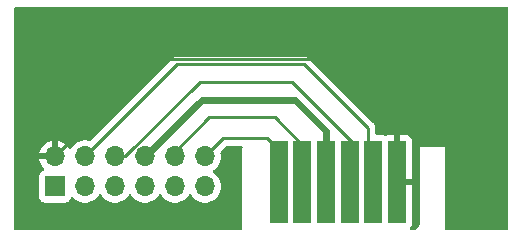
<source format=gtl>
G04 #@! TF.GenerationSoftware,KiCad,Pcbnew,7.0.7*
G04 #@! TF.CreationDate,2024-03-03T16:13:36-05:00*
G04 #@! TF.ProjectId,Gamecube_SP1,47616d65-6375-4626-955f-5350312e6b69,rev?*
G04 #@! TF.SameCoordinates,Original*
G04 #@! TF.FileFunction,Copper,L1,Top*
G04 #@! TF.FilePolarity,Positive*
%FSLAX46Y46*%
G04 Gerber Fmt 4.6, Leading zero omitted, Abs format (unit mm)*
G04 Created by KiCad (PCBNEW 7.0.7) date 2024-03-03 16:13:36*
%MOMM*%
%LPD*%
G01*
G04 APERTURE LIST*
G04 #@! TA.AperFunction,NonConductor*
%ADD10C,0.200000*%
G04 #@! TD*
G04 #@! TA.AperFunction,ComponentPad*
%ADD11R,1.700000X1.700000*%
G04 #@! TD*
G04 #@! TA.AperFunction,ComponentPad*
%ADD12O,1.700000X1.700000*%
G04 #@! TD*
G04 #@! TA.AperFunction,SMDPad,CuDef*
%ADD13R,1.500000X7.000000*%
G04 #@! TD*
G04 #@! TA.AperFunction,ViaPad*
%ADD14C,0.800000*%
G04 #@! TD*
G04 #@! TA.AperFunction,Conductor*
%ADD15C,0.250000*%
G04 #@! TD*
G04 #@! TA.AperFunction,Conductor*
%ADD16C,0.600000*%
G04 #@! TD*
G04 APERTURE END LIST*
D10*
X96781103Y-115622502D02*
X96520000Y-114300000D01*
X99291730Y-115735158D02*
X99060000Y-114300000D01*
D11*
X72111319Y-116251337D03*
D12*
X72111319Y-113711337D03*
X74651319Y-116251337D03*
X74651319Y-113711337D03*
X77191319Y-116251337D03*
X77191319Y-113711337D03*
X79731319Y-116251337D03*
X79731319Y-113711337D03*
X82271319Y-116251337D03*
X82271319Y-113711337D03*
X84811319Y-116251337D03*
X84811319Y-113711337D03*
D13*
X101064286Y-115900000D03*
X99064286Y-115900000D03*
X97064286Y-115900000D03*
X95064286Y-115900000D03*
X93064286Y-115900000D03*
X91064286Y-115900000D03*
D14*
X96314286Y-102313640D03*
X82880000Y-118400000D03*
X76200000Y-106680000D03*
X108400000Y-110290800D03*
X71120000Y-106680000D03*
X108400000Y-102600000D03*
X71120000Y-119380000D03*
X102020000Y-102700000D03*
X76500000Y-102700000D03*
X99060000Y-106680000D03*
X89200000Y-103599500D03*
X101600000Y-106680000D03*
X71120000Y-109220000D03*
X76500000Y-118400000D03*
X108400000Y-117500000D03*
X71120000Y-104140000D03*
X82880000Y-102700000D03*
X104140000Y-110390800D03*
D15*
X72111319Y-113711337D02*
X80373156Y-105449500D01*
X101064286Y-111224286D02*
X101064286Y-115900000D01*
X80373156Y-105449500D02*
X95289500Y-105449500D01*
X95289500Y-105449500D02*
X101064286Y-111224286D01*
X77191319Y-113711337D02*
X78069618Y-113711337D01*
X84381455Y-107399500D02*
X92159500Y-107399500D01*
X92159500Y-107399500D02*
X97232152Y-112472152D01*
X97232152Y-112472152D02*
X97232152Y-115781066D01*
X97232152Y-115781066D02*
X97093582Y-115919636D01*
X78069618Y-113711337D02*
X84381455Y-107399500D01*
D16*
X92442002Y-108899500D02*
X95064286Y-111521784D01*
X95064286Y-111521784D02*
X95064286Y-115900000D01*
X84543156Y-108899500D02*
X92442002Y-108899500D01*
X79731319Y-113711337D02*
X84543156Y-108899500D01*
D15*
X74651319Y-113711337D02*
X82463156Y-105899500D01*
X98612373Y-115668976D02*
X98971675Y-116028278D01*
X93199500Y-105899500D02*
X98612373Y-111312373D01*
X82463156Y-105899500D02*
X93199500Y-105899500D01*
X98612373Y-111312373D02*
X98612373Y-115668976D01*
X90708072Y-110399500D02*
X93064286Y-112755714D01*
X82240286Y-113339714D02*
X85180500Y-110399500D01*
X93064286Y-112755714D02*
X93064286Y-115900000D01*
X85180500Y-110399500D02*
X90708072Y-110399500D01*
X82240286Y-113710000D02*
X82240286Y-113339714D01*
X84811319Y-113711337D02*
X86372656Y-112150000D01*
X90064286Y-112150000D02*
X91064286Y-113150000D01*
X86372656Y-112150000D02*
X90064286Y-112150000D01*
X91064286Y-113150000D02*
X91064286Y-115900000D01*
G04 #@! TA.AperFunction,Conductor*
G36*
X110430907Y-101095502D02*
G01*
X110477400Y-101149158D01*
X110488786Y-101201500D01*
X110488786Y-119798500D01*
X110468784Y-119866621D01*
X110415128Y-119913114D01*
X110362786Y-119924500D01*
X105265786Y-119924500D01*
X105197665Y-119904498D01*
X105151172Y-119850842D01*
X105139786Y-119798500D01*
X105139786Y-113045529D01*
X105141700Y-113023648D01*
X105143408Y-113013955D01*
X105143410Y-113013952D01*
X105141700Y-113004253D01*
X105140535Y-112990940D01*
X105139786Y-112986692D01*
X105139786Y-112986688D01*
X105139784Y-112986683D01*
X105139034Y-112982428D01*
X105135576Y-112969522D01*
X105133867Y-112959829D01*
X105133867Y-112959828D01*
X105133865Y-112959827D01*
X105130348Y-112953735D01*
X105125835Y-112948355D01*
X105117302Y-112943429D01*
X105099311Y-112930831D01*
X105091765Y-112924499D01*
X105085167Y-112922097D01*
X105078238Y-112920875D01*
X105068540Y-112922586D01*
X105046661Y-112924500D01*
X103109816Y-112924500D01*
X103087936Y-112922586D01*
X103078238Y-112920875D01*
X103068540Y-112922586D01*
X103055224Y-112923750D01*
X103046739Y-112925246D01*
X103033825Y-112928706D01*
X103024113Y-112930419D01*
X103018023Y-112933934D01*
X103012640Y-112938452D01*
X103007712Y-112946987D01*
X102995121Y-112964969D01*
X102988785Y-112972519D01*
X102986383Y-112979119D01*
X102985162Y-112986048D01*
X102986872Y-112995746D01*
X102988786Y-113017624D01*
X102988786Y-119396457D01*
X102988390Y-119403517D01*
X102977225Y-119502604D01*
X102970946Y-119530112D01*
X102941533Y-119614167D01*
X102929290Y-119639589D01*
X102881907Y-119714996D01*
X102864316Y-119737054D01*
X102801343Y-119800026D01*
X102779283Y-119817618D01*
X102703881Y-119864995D01*
X102678459Y-119877237D01*
X102594399Y-119906649D01*
X102566891Y-119912927D01*
X102494857Y-119921042D01*
X102467677Y-119924104D01*
X102460622Y-119924500D01*
X102307937Y-119924500D01*
X102239816Y-119904498D01*
X102193323Y-119850842D01*
X102183219Y-119780568D01*
X102207069Y-119722991D01*
X102264730Y-119645965D01*
X102264730Y-119645964D01*
X102315780Y-119509093D01*
X102322285Y-119448597D01*
X102322286Y-119448585D01*
X102322286Y-116154000D01*
X100936286Y-116154000D01*
X100868165Y-116133998D01*
X100821672Y-116080342D01*
X100810286Y-116028000D01*
X100810286Y-111892000D01*
X101318286Y-111892000D01*
X101318286Y-115646000D01*
X102322286Y-115646000D01*
X102322286Y-112351414D01*
X102322285Y-112351402D01*
X102315780Y-112290906D01*
X102264730Y-112154035D01*
X102264730Y-112154034D01*
X102177190Y-112037095D01*
X102060251Y-111949555D01*
X101923379Y-111898505D01*
X101862883Y-111892000D01*
X101318286Y-111892000D01*
X100810286Y-111892000D01*
X100265688Y-111892000D01*
X100205190Y-111898505D01*
X100109031Y-111934370D01*
X100038215Y-111939434D01*
X100020972Y-111934371D01*
X99923487Y-111898011D01*
X99923485Y-111898010D01*
X99923483Y-111898010D01*
X99923482Y-111898009D01*
X99862935Y-111891500D01*
X99862924Y-111891500D01*
X99371873Y-111891500D01*
X99303752Y-111871498D01*
X99257259Y-111817842D01*
X99245873Y-111765500D01*
X99245873Y-111396222D01*
X99247622Y-111380385D01*
X99247328Y-111380358D01*
X99248074Y-111372465D01*
X99245873Y-111302432D01*
X99245873Y-111272524D01*
X99245873Y-111272517D01*
X99244993Y-111265558D01*
X99244528Y-111259653D01*
X99243046Y-111212483D01*
X99237395Y-111193036D01*
X99233385Y-111173673D01*
X99230847Y-111153576D01*
X99213473Y-111109696D01*
X99211557Y-111104098D01*
X99198391Y-111058779D01*
X99188073Y-111041334D01*
X99179378Y-111023582D01*
X99171926Y-111004758D01*
X99171923Y-111004752D01*
X99144191Y-110966583D01*
X99140935Y-110961626D01*
X99116915Y-110921010D01*
X99116913Y-110921008D01*
X99116913Y-110921007D01*
X99102591Y-110906685D01*
X99089750Y-110891652D01*
X99077844Y-110875265D01*
X99070402Y-110869108D01*
X99041481Y-110845183D01*
X99037109Y-110841204D01*
X93706744Y-105510839D01*
X93696779Y-105498401D01*
X93696552Y-105498590D01*
X93691501Y-105492484D01*
X93691500Y-105492482D01*
X93640421Y-105444516D01*
X93629930Y-105434025D01*
X93619277Y-105423371D01*
X93619272Y-105423366D01*
X93613725Y-105419063D01*
X93609217Y-105415212D01*
X93574825Y-105382917D01*
X93574819Y-105382913D01*
X93557063Y-105373151D01*
X93540547Y-105362302D01*
X93524541Y-105349886D01*
X93493789Y-105336578D01*
X93481240Y-105331148D01*
X93475908Y-105328536D01*
X93434561Y-105305805D01*
X93414936Y-105300766D01*
X93396236Y-105294364D01*
X93377645Y-105286319D01*
X93377643Y-105286318D01*
X93377642Y-105286318D01*
X93331042Y-105278937D01*
X93325229Y-105277733D01*
X93279530Y-105266000D01*
X93259276Y-105266000D01*
X93239566Y-105264449D01*
X93219557Y-105261280D01*
X93219556Y-105261280D01*
X93172583Y-105265720D01*
X93166650Y-105266000D01*
X82547009Y-105266000D01*
X82531167Y-105264250D01*
X82531140Y-105264544D01*
X82523247Y-105263797D01*
X82453184Y-105266000D01*
X82423300Y-105266000D01*
X82423296Y-105266000D01*
X82423285Y-105266001D01*
X82416346Y-105266877D01*
X82410433Y-105267343D01*
X82363270Y-105268825D01*
X82363263Y-105268827D01*
X82343805Y-105274479D01*
X82324460Y-105278485D01*
X82304362Y-105281025D01*
X82304353Y-105281027D01*
X82260487Y-105298394D01*
X82254872Y-105300317D01*
X82209564Y-105313481D01*
X82192120Y-105323797D01*
X82174374Y-105332490D01*
X82155538Y-105339948D01*
X82117365Y-105367681D01*
X82112404Y-105370940D01*
X82071794Y-105394958D01*
X82057467Y-105409284D01*
X82042441Y-105422117D01*
X82026051Y-105434025D01*
X82026049Y-105434027D01*
X81995964Y-105470392D01*
X81991968Y-105474783D01*
X75109112Y-112357637D01*
X75046800Y-112391663D01*
X74991100Y-112390719D01*
X74991095Y-112390751D01*
X74990882Y-112390715D01*
X74989078Y-112390685D01*
X74985962Y-112389895D01*
X74985954Y-112389893D01*
X74763888Y-112352837D01*
X74538750Y-112352837D01*
X74394290Y-112376943D01*
X74316688Y-112389892D01*
X74316679Y-112389894D01*
X74103747Y-112462993D01*
X74103745Y-112462995D01*
X73905745Y-112570147D01*
X73905743Y-112570148D01*
X73728081Y-112708428D01*
X73575598Y-112874066D01*
X73486502Y-113010438D01*
X73432498Y-113056526D01*
X73362150Y-113066101D01*
X73297793Y-113036123D01*
X73275536Y-113010437D01*
X73186646Y-112874381D01*
X73034221Y-112708802D01*
X72856620Y-112570569D01*
X72856619Y-112570568D01*
X72658690Y-112463454D01*
X72658688Y-112463453D01*
X72445831Y-112390380D01*
X72445820Y-112390377D01*
X72365319Y-112376943D01*
X72365319Y-113097303D01*
X72345317Y-113165424D01*
X72291661Y-113211917D01*
X72221388Y-113222020D01*
X72221387Y-113222020D01*
X72147087Y-113211337D01*
X72147082Y-113211337D01*
X72075556Y-113211337D01*
X72075550Y-113211337D01*
X72001251Y-113222020D01*
X71930977Y-113211917D01*
X71877321Y-113165424D01*
X71857319Y-113097303D01*
X71857319Y-112376944D01*
X71857318Y-112376943D01*
X71776817Y-112390377D01*
X71776806Y-112390380D01*
X71563949Y-112463453D01*
X71563947Y-112463454D01*
X71366018Y-112570568D01*
X71366017Y-112570569D01*
X71188416Y-112708802D01*
X71035993Y-112874378D01*
X70912899Y-113062788D01*
X70822498Y-113268880D01*
X70822495Y-113268887D01*
X70774774Y-113457336D01*
X70774775Y-113457337D01*
X71496475Y-113457337D01*
X71564596Y-113477339D01*
X71611089Y-113530995D01*
X71621193Y-113601269D01*
X71617372Y-113618833D01*
X71611319Y-113639448D01*
X71611319Y-113783225D01*
X71617372Y-113803841D01*
X71617371Y-113874837D01*
X71578986Y-113934563D01*
X71514405Y-113964055D01*
X71496475Y-113965337D01*
X70774774Y-113965337D01*
X70822495Y-114153786D01*
X70822498Y-114153793D01*
X70912899Y-114359885D01*
X71035993Y-114548295D01*
X71179300Y-114703969D01*
X71210720Y-114767634D01*
X71202733Y-114838180D01*
X71157874Y-114893209D01*
X71130632Y-114907361D01*
X71015114Y-114950448D01*
X71015111Y-114950449D01*
X70898057Y-115038075D01*
X70810431Y-115155129D01*
X70810429Y-115155134D01*
X70759330Y-115292132D01*
X70759328Y-115292140D01*
X70752819Y-115352687D01*
X70752819Y-117149986D01*
X70759328Y-117210533D01*
X70759330Y-117210541D01*
X70810429Y-117347539D01*
X70810431Y-117347544D01*
X70898057Y-117464598D01*
X71015111Y-117552224D01*
X71015113Y-117552225D01*
X71015115Y-117552226D01*
X71070219Y-117572779D01*
X71152114Y-117603325D01*
X71152122Y-117603327D01*
X71212669Y-117609836D01*
X71212674Y-117609836D01*
X71212681Y-117609837D01*
X71212687Y-117609837D01*
X73009951Y-117609837D01*
X73009957Y-117609837D01*
X73009964Y-117609836D01*
X73009968Y-117609836D01*
X73070515Y-117603327D01*
X73070518Y-117603326D01*
X73070520Y-117603326D01*
X73207523Y-117552226D01*
X73277718Y-117499679D01*
X73324580Y-117464598D01*
X73412205Y-117347545D01*
X73412204Y-117347545D01*
X73412208Y-117347541D01*
X73456318Y-117229276D01*
X73498864Y-117172444D01*
X73565385Y-117147633D01*
X73634759Y-117162725D01*
X73667072Y-117187972D01*
X73687848Y-117210541D01*
X73728081Y-117254245D01*
X73782650Y-117296718D01*
X73905743Y-117392526D01*
X74103745Y-117499679D01*
X74103746Y-117499679D01*
X74103747Y-117499680D01*
X74215546Y-117538060D01*
X74316684Y-117572781D01*
X74538750Y-117609837D01*
X74538754Y-117609837D01*
X74763884Y-117609837D01*
X74763888Y-117609837D01*
X74985954Y-117572781D01*
X75198893Y-117499679D01*
X75396895Y-117392526D01*
X75574559Y-117254243D01*
X75727041Y-117088605D01*
X75815837Y-116952691D01*
X75869839Y-116906605D01*
X75940187Y-116897029D01*
X76004544Y-116927006D01*
X76026799Y-116952690D01*
X76059926Y-117003395D01*
X76115594Y-117088602D01*
X76115598Y-117088607D01*
X76268081Y-117254245D01*
X76322650Y-117296718D01*
X76445743Y-117392526D01*
X76643745Y-117499679D01*
X76643746Y-117499679D01*
X76643747Y-117499680D01*
X76755546Y-117538060D01*
X76856684Y-117572781D01*
X77078750Y-117609837D01*
X77078754Y-117609837D01*
X77303884Y-117609837D01*
X77303888Y-117609837D01*
X77525954Y-117572781D01*
X77738893Y-117499679D01*
X77936895Y-117392526D01*
X78114559Y-117254243D01*
X78267041Y-117088605D01*
X78355838Y-116952690D01*
X78409837Y-116906605D01*
X78480185Y-116897029D01*
X78544543Y-116927005D01*
X78566801Y-116952693D01*
X78655594Y-117088602D01*
X78655598Y-117088607D01*
X78808081Y-117254245D01*
X78862650Y-117296718D01*
X78985743Y-117392526D01*
X79183745Y-117499679D01*
X79183746Y-117499679D01*
X79183747Y-117499680D01*
X79295546Y-117538060D01*
X79396684Y-117572781D01*
X79618750Y-117609837D01*
X79618754Y-117609837D01*
X79843884Y-117609837D01*
X79843888Y-117609837D01*
X80065954Y-117572781D01*
X80278893Y-117499679D01*
X80476895Y-117392526D01*
X80654559Y-117254243D01*
X80807041Y-117088605D01*
X80895837Y-116952691D01*
X80949839Y-116906605D01*
X81020187Y-116897029D01*
X81084544Y-116927006D01*
X81106799Y-116952690D01*
X81139926Y-117003395D01*
X81195594Y-117088602D01*
X81195598Y-117088607D01*
X81348081Y-117254245D01*
X81402650Y-117296718D01*
X81525743Y-117392526D01*
X81723745Y-117499679D01*
X81723746Y-117499679D01*
X81723747Y-117499680D01*
X81835546Y-117538060D01*
X81936684Y-117572781D01*
X82158750Y-117609837D01*
X82158754Y-117609837D01*
X82383884Y-117609837D01*
X82383888Y-117609837D01*
X82605954Y-117572781D01*
X82818893Y-117499679D01*
X83016895Y-117392526D01*
X83194559Y-117254243D01*
X83347041Y-117088605D01*
X83435837Y-116952691D01*
X83489839Y-116906605D01*
X83560187Y-116897029D01*
X83624544Y-116927006D01*
X83646799Y-116952690D01*
X83679926Y-117003395D01*
X83735594Y-117088602D01*
X83735598Y-117088607D01*
X83888081Y-117254245D01*
X83942650Y-117296718D01*
X84065743Y-117392526D01*
X84263745Y-117499679D01*
X84263746Y-117499679D01*
X84263747Y-117499680D01*
X84375546Y-117538060D01*
X84476684Y-117572781D01*
X84698750Y-117609837D01*
X84698754Y-117609837D01*
X84923884Y-117609837D01*
X84923888Y-117609837D01*
X85145954Y-117572781D01*
X85358893Y-117499679D01*
X85556895Y-117392526D01*
X85734559Y-117254243D01*
X85887041Y-117088605D01*
X86010179Y-116900128D01*
X86100615Y-116693953D01*
X86155883Y-116475705D01*
X86174475Y-116251337D01*
X86155883Y-116026969D01*
X86100615Y-115808721D01*
X86010179Y-115602546D01*
X85992819Y-115575974D01*
X85887043Y-115414071D01*
X85887039Y-115414066D01*
X85734556Y-115248428D01*
X85614686Y-115155129D01*
X85556895Y-115110148D01*
X85523638Y-115092150D01*
X85473248Y-115042139D01*
X85457895Y-114972822D01*
X85482455Y-114906209D01*
X85523639Y-114870523D01*
X85556895Y-114852526D01*
X85734559Y-114714243D01*
X85887041Y-114548605D01*
X86010179Y-114360128D01*
X86100615Y-114153953D01*
X86155883Y-113935705D01*
X86174475Y-113711337D01*
X86155883Y-113486969D01*
X86128136Y-113377399D01*
X86130803Y-113306455D01*
X86161183Y-113257376D01*
X86598156Y-112820404D01*
X86660469Y-112786379D01*
X86687252Y-112783500D01*
X87877637Y-112783500D01*
X87945758Y-112803502D01*
X87992251Y-112857158D01*
X88002355Y-112927432D01*
X87996037Y-112952597D01*
X87986384Y-112979116D01*
X87985162Y-112986048D01*
X87986872Y-112995746D01*
X87988786Y-113017624D01*
X87988786Y-119798500D01*
X87968784Y-119866621D01*
X87915128Y-119913114D01*
X87862786Y-119924500D01*
X68765786Y-119924500D01*
X68697665Y-119904498D01*
X68651172Y-119850842D01*
X68639786Y-119798500D01*
X68639786Y-101201500D01*
X68659788Y-101133379D01*
X68713444Y-101086886D01*
X68765786Y-101075500D01*
X110362786Y-101075500D01*
X110430907Y-101095502D01*
G37*
G04 #@! TD.AperFunction*
M02*

</source>
